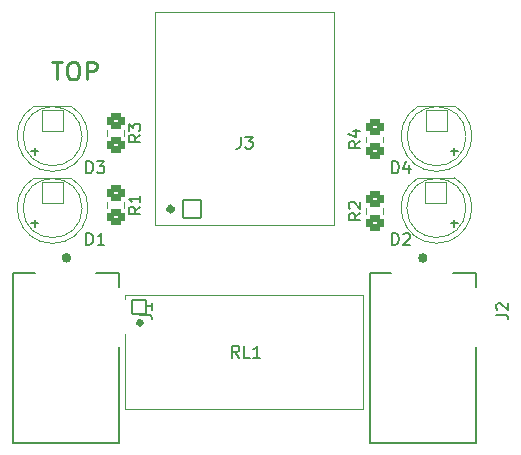
<source format=gbr>
G04 #@! TF.GenerationSoftware,KiCad,Pcbnew,(6.0.6-0)*
G04 #@! TF.CreationDate,2022-11-29T15:01:29-05:00*
G04 #@! TF.ProjectId,Philips CD-i 450 Power Adapter,5068696c-6970-4732-9043-442d69203435,1*
G04 #@! TF.SameCoordinates,Original*
G04 #@! TF.FileFunction,Legend,Top*
G04 #@! TF.FilePolarity,Positive*
%FSLAX46Y46*%
G04 Gerber Fmt 4.6, Leading zero omitted, Abs format (unit mm)*
G04 Created by KiCad (PCBNEW (6.0.6-0)) date 2022-11-29 15:01:29*
%MOMM*%
%LPD*%
G01*
G04 APERTURE LIST*
G04 Aperture macros list*
%AMRoundRect*
0 Rectangle with rounded corners*
0 $1 Rounding radius*
0 $2 $3 $4 $5 $6 $7 $8 $9 X,Y pos of 4 corners*
0 Add a 4 corners polygon primitive as box body*
4,1,4,$2,$3,$4,$5,$6,$7,$8,$9,$2,$3,0*
0 Add four circle primitives for the rounded corners*
1,1,$1+$1,$2,$3*
1,1,$1+$1,$4,$5*
1,1,$1+$1,$6,$7*
1,1,$1+$1,$8,$9*
0 Add four rect primitives between the rounded corners*
20,1,$1+$1,$2,$3,$4,$5,0*
20,1,$1+$1,$4,$5,$6,$7,0*
20,1,$1+$1,$6,$7,$8,$9,0*
20,1,$1+$1,$8,$9,$2,$3,0*%
G04 Aperture macros list end*
%ADD10C,0.127000*%
%ADD11C,0.250000*%
%ADD12C,0.150000*%
%ADD13C,0.120000*%
%ADD14C,0.500000*%
%ADD15C,0.400000*%
%ADD16RoundRect,0.050800X-0.600000X-0.600000X0.600000X-0.600000X0.600000X0.600000X-0.600000X0.600000X0*%
%ADD17C,1.301600*%
%ADD18RoundRect,0.300800X-0.450000X0.350000X-0.450000X-0.350000X0.450000X-0.350000X0.450000X0.350000X0*%
%ADD19RoundRect,0.050800X-0.900000X0.900000X-0.900000X-0.900000X0.900000X-0.900000X0.900000X0.900000X0*%
%ADD20C,1.901600*%
%ADD21C,3.300000*%
%ADD22RoundRect,0.050800X-0.762000X-0.762000X0.762000X-0.762000X0.762000X0.762000X-0.762000X0.762000X0*%
%ADD23C,1.625600*%
%ADD24O,1.101600X3.101600*%
%ADD25O,5.101600X2.601600*%
%ADD26O,4.601600X2.351600*%
%ADD27RoundRect,0.300800X0.450000X-0.350000X0.450000X0.350000X-0.450000X0.350000X-0.450000X-0.350000X0*%
G04 APERTURE END LIST*
D10*
X157229838Y-102019676D02*
X157229838Y-101420000D01*
X121430000Y-101740000D02*
X122029676Y-101740000D01*
X121729838Y-102039838D02*
X121729838Y-101440162D01*
X121730000Y-95960000D02*
X121730000Y-95360324D01*
X156930162Y-95640000D02*
X157529838Y-95640000D01*
X121430162Y-95660162D02*
X122029838Y-95660162D01*
X156930000Y-101719838D02*
X157529676Y-101719838D01*
X157230000Y-95939838D02*
X157230000Y-95340162D01*
D11*
X123195714Y-88058571D02*
X124052857Y-88058571D01*
X123624285Y-89558571D02*
X123624285Y-88058571D01*
X124838571Y-88058571D02*
X125124285Y-88058571D01*
X125267142Y-88130000D01*
X125410000Y-88272857D01*
X125481428Y-88558571D01*
X125481428Y-89058571D01*
X125410000Y-89344285D01*
X125267142Y-89487142D01*
X125124285Y-89558571D01*
X124838571Y-89558571D01*
X124695714Y-89487142D01*
X124552857Y-89344285D01*
X124481428Y-89058571D01*
X124481428Y-88558571D01*
X124552857Y-88272857D01*
X124695714Y-88130000D01*
X124838571Y-88058571D01*
X126124285Y-89558571D02*
X126124285Y-88058571D01*
X126695714Y-88058571D01*
X126838571Y-88130000D01*
X126910000Y-88201428D01*
X126981428Y-88344285D01*
X126981428Y-88558571D01*
X126910000Y-88701428D01*
X126838571Y-88772857D01*
X126695714Y-88844285D01*
X126124285Y-88844285D01*
D12*
X139033816Y-113117380D02*
X138700483Y-112641190D01*
X138462387Y-113117380D02*
X138462387Y-112117380D01*
X138843340Y-112117380D01*
X138938578Y-112165000D01*
X138986197Y-112212619D01*
X139033816Y-112307857D01*
X139033816Y-112450714D01*
X138986197Y-112545952D01*
X138938578Y-112593571D01*
X138843340Y-112641190D01*
X138462387Y-112641190D01*
X139938578Y-113117380D02*
X139462387Y-113117380D01*
X139462387Y-112117380D01*
X140795721Y-113117380D02*
X140224292Y-113117380D01*
X140510006Y-113117380D02*
X140510006Y-112117380D01*
X140414768Y-112260238D01*
X140319530Y-112355476D01*
X140224292Y-112403095D01*
X130662380Y-100346666D02*
X130186190Y-100680000D01*
X130662380Y-100918095D02*
X129662380Y-100918095D01*
X129662380Y-100537142D01*
X129710000Y-100441904D01*
X129757619Y-100394285D01*
X129852857Y-100346666D01*
X129995714Y-100346666D01*
X130090952Y-100394285D01*
X130138571Y-100441904D01*
X130186190Y-100537142D01*
X130186190Y-100918095D01*
X130662380Y-99394285D02*
X130662380Y-99965714D01*
X130662380Y-99680000D02*
X129662380Y-99680000D01*
X129805238Y-99775238D01*
X129900476Y-99870476D01*
X129948095Y-99965714D01*
X126091904Y-103572380D02*
X126091904Y-102572380D01*
X126330000Y-102572380D01*
X126472857Y-102620000D01*
X126568095Y-102715238D01*
X126615714Y-102810476D01*
X126663333Y-103000952D01*
X126663333Y-103143809D01*
X126615714Y-103334285D01*
X126568095Y-103429523D01*
X126472857Y-103524761D01*
X126330000Y-103572380D01*
X126091904Y-103572380D01*
X127615714Y-103572380D02*
X127044285Y-103572380D01*
X127330000Y-103572380D02*
X127330000Y-102572380D01*
X127234761Y-102715238D01*
X127139523Y-102810476D01*
X127044285Y-102858095D01*
X139161666Y-94412380D02*
X139161666Y-95126666D01*
X139114047Y-95269523D01*
X139018809Y-95364761D01*
X138875952Y-95412380D01*
X138780714Y-95412380D01*
X139542619Y-94412380D02*
X140161666Y-94412380D01*
X139828333Y-94793333D01*
X139971190Y-94793333D01*
X140066428Y-94840952D01*
X140114047Y-94888571D01*
X140161666Y-94983809D01*
X140161666Y-95221904D01*
X140114047Y-95317142D01*
X140066428Y-95364761D01*
X139971190Y-95412380D01*
X139685476Y-95412380D01*
X139590238Y-95364761D01*
X139542619Y-95317142D01*
X160797543Y-109498161D02*
X161512419Y-109498161D01*
X161655394Y-109545819D01*
X161750711Y-109641136D01*
X161798370Y-109784111D01*
X161798370Y-109879428D01*
X160892859Y-109069235D02*
X160845201Y-109021576D01*
X160797543Y-108926259D01*
X160797543Y-108687967D01*
X160845201Y-108592650D01*
X160892859Y-108544992D01*
X160988176Y-108497334D01*
X161083493Y-108497334D01*
X161226468Y-108544992D01*
X161798370Y-109116893D01*
X161798370Y-108497334D01*
X130617543Y-109488161D02*
X131332419Y-109488161D01*
X131475394Y-109535819D01*
X131570711Y-109631136D01*
X131618370Y-109774111D01*
X131618370Y-109869428D01*
X131618370Y-108487334D02*
X131618370Y-109059235D01*
X131618370Y-108773284D02*
X130617543Y-108773284D01*
X130760518Y-108868601D01*
X130855835Y-108963918D01*
X130903493Y-109059235D01*
X149292380Y-94796666D02*
X148816190Y-95130000D01*
X149292380Y-95368095D02*
X148292380Y-95368095D01*
X148292380Y-94987142D01*
X148340000Y-94891904D01*
X148387619Y-94844285D01*
X148482857Y-94796666D01*
X148625714Y-94796666D01*
X148720952Y-94844285D01*
X148768571Y-94891904D01*
X148816190Y-94987142D01*
X148816190Y-95368095D01*
X148625714Y-93939523D02*
X149292380Y-93939523D01*
X148244761Y-94177619D02*
X148959047Y-94415714D01*
X148959047Y-93796666D01*
X151971904Y-97502380D02*
X151971904Y-96502380D01*
X152210000Y-96502380D01*
X152352857Y-96550000D01*
X152448095Y-96645238D01*
X152495714Y-96740476D01*
X152543333Y-96930952D01*
X152543333Y-97073809D01*
X152495714Y-97264285D01*
X152448095Y-97359523D01*
X152352857Y-97454761D01*
X152210000Y-97502380D01*
X151971904Y-97502380D01*
X153400476Y-96835714D02*
X153400476Y-97502380D01*
X153162380Y-96454761D02*
X152924285Y-97169047D01*
X153543333Y-97169047D01*
X149292380Y-100876666D02*
X148816190Y-101210000D01*
X149292380Y-101448095D02*
X148292380Y-101448095D01*
X148292380Y-101067142D01*
X148340000Y-100971904D01*
X148387619Y-100924285D01*
X148482857Y-100876666D01*
X148625714Y-100876666D01*
X148720952Y-100924285D01*
X148768571Y-100971904D01*
X148816190Y-101067142D01*
X148816190Y-101448095D01*
X148387619Y-100495714D02*
X148340000Y-100448095D01*
X148292380Y-100352857D01*
X148292380Y-100114761D01*
X148340000Y-100019523D01*
X148387619Y-99971904D01*
X148482857Y-99924285D01*
X148578095Y-99924285D01*
X148720952Y-99971904D01*
X149292380Y-100543333D01*
X149292380Y-99924285D01*
X130662380Y-94256666D02*
X130186190Y-94590000D01*
X130662380Y-94828095D02*
X129662380Y-94828095D01*
X129662380Y-94447142D01*
X129710000Y-94351904D01*
X129757619Y-94304285D01*
X129852857Y-94256666D01*
X129995714Y-94256666D01*
X130090952Y-94304285D01*
X130138571Y-94351904D01*
X130186190Y-94447142D01*
X130186190Y-94828095D01*
X129662380Y-93923333D02*
X129662380Y-93304285D01*
X130043333Y-93637619D01*
X130043333Y-93494761D01*
X130090952Y-93399523D01*
X130138571Y-93351904D01*
X130233809Y-93304285D01*
X130471904Y-93304285D01*
X130567142Y-93351904D01*
X130614761Y-93399523D01*
X130662380Y-93494761D01*
X130662380Y-93780476D01*
X130614761Y-93875714D01*
X130567142Y-93923333D01*
X126091904Y-97492380D02*
X126091904Y-96492380D01*
X126330000Y-96492380D01*
X126472857Y-96540000D01*
X126568095Y-96635238D01*
X126615714Y-96730476D01*
X126663333Y-96920952D01*
X126663333Y-97063809D01*
X126615714Y-97254285D01*
X126568095Y-97349523D01*
X126472857Y-97444761D01*
X126330000Y-97492380D01*
X126091904Y-97492380D01*
X126996666Y-96492380D02*
X127615714Y-96492380D01*
X127282380Y-96873333D01*
X127425238Y-96873333D01*
X127520476Y-96920952D01*
X127568095Y-96968571D01*
X127615714Y-97063809D01*
X127615714Y-97301904D01*
X127568095Y-97397142D01*
X127520476Y-97444761D01*
X127425238Y-97492380D01*
X127139523Y-97492380D01*
X127044285Y-97444761D01*
X126996666Y-97397142D01*
X151981904Y-103562380D02*
X151981904Y-102562380D01*
X152220000Y-102562380D01*
X152362857Y-102610000D01*
X152458095Y-102705238D01*
X152505714Y-102800476D01*
X152553333Y-102990952D01*
X152553333Y-103133809D01*
X152505714Y-103324285D01*
X152458095Y-103419523D01*
X152362857Y-103514761D01*
X152220000Y-103562380D01*
X151981904Y-103562380D01*
X152934285Y-102657619D02*
X152981904Y-102610000D01*
X153077142Y-102562380D01*
X153315238Y-102562380D01*
X153410476Y-102610000D01*
X153458095Y-102657619D01*
X153505714Y-102752857D01*
X153505714Y-102848095D01*
X153458095Y-102990952D01*
X152886666Y-103562380D01*
X153505714Y-103562380D01*
D13*
X129399755Y-107787255D02*
X149480245Y-107787255D01*
X149480245Y-107787255D02*
X149480245Y-117492745D01*
X149480245Y-117492745D02*
X129399755Y-117492745D01*
X129399755Y-117492745D02*
X129399755Y-107787255D01*
D14*
X130708323Y-110165000D02*
G75*
G03*
X130708323Y-110165000I-103078J0D01*
G01*
D13*
X129295000Y-99952936D02*
X129295000Y-100407064D01*
X127825000Y-99952936D02*
X127825000Y-100407064D01*
X124775000Y-97895000D02*
X121685000Y-97895000D01*
X123229538Y-103445000D02*
G75*
G03*
X124774830Y-97895000I462J2990000D01*
G01*
X121685170Y-97895000D02*
G75*
G03*
X123230462Y-103445000I1544830J-2560000D01*
G01*
X125730000Y-100455000D02*
G75*
G03*
X125730000Y-100455000I-2500000J0D01*
G01*
X131895000Y-83810000D02*
X147095000Y-83810000D01*
X147095000Y-83810000D02*
X147095000Y-101910000D01*
X147095000Y-101910000D02*
X131895000Y-101910000D01*
X131895000Y-101910000D02*
X131895000Y-83810000D01*
D14*
X133370000Y-100535000D02*
G75*
G03*
X133370000Y-100535000I-150000J0D01*
G01*
D10*
X150075000Y-105977500D02*
X151925000Y-105977500D01*
X150075000Y-120377500D02*
X150075000Y-105977500D01*
X159075000Y-120377500D02*
X150075000Y-120377500D01*
X159075000Y-105977500D02*
X159075000Y-107127500D01*
X159075000Y-112227500D02*
X159075000Y-120377500D01*
X157125000Y-105977500D02*
X159075000Y-105977500D01*
D15*
X154775000Y-104677500D02*
G75*
G03*
X154775000Y-104677500I-200000J0D01*
G01*
D10*
X128895000Y-112217500D02*
X128895000Y-120367500D01*
X128895000Y-120367500D02*
X119895000Y-120367500D01*
X119895000Y-120367500D02*
X119895000Y-105967500D01*
X126945000Y-105967500D02*
X128895000Y-105967500D01*
X119895000Y-105967500D02*
X121745000Y-105967500D01*
X128895000Y-105967500D02*
X128895000Y-107117500D01*
D15*
X124595000Y-104667500D02*
G75*
G03*
X124595000Y-104667500I-200000J0D01*
G01*
D13*
X151225000Y-94857064D02*
X151225000Y-94402936D01*
X149755000Y-94857064D02*
X149755000Y-94402936D01*
X157285000Y-91805000D02*
X154195000Y-91805000D01*
X154195170Y-91805000D02*
G75*
G03*
X155740462Y-97355000I1544830J-2560000D01*
G01*
X155739538Y-97355000D02*
G75*
G03*
X157284830Y-91805000I462J2990000D01*
G01*
X158240000Y-94365000D02*
G75*
G03*
X158240000Y-94365000I-2500000J0D01*
G01*
X149755000Y-100937064D02*
X149755000Y-100482936D01*
X151225000Y-100937064D02*
X151225000Y-100482936D01*
X127825000Y-93862936D02*
X127825000Y-94317064D01*
X129295000Y-93862936D02*
X129295000Y-94317064D01*
X124775000Y-91805000D02*
X121685000Y-91805000D01*
X121685170Y-91805000D02*
G75*
G03*
X123230462Y-97355000I1544830J-2560000D01*
G01*
X123229538Y-97355000D02*
G75*
G03*
X124774830Y-91805000I462J2990000D01*
G01*
X125730000Y-94365000D02*
G75*
G03*
X125730000Y-94365000I-2500000J0D01*
G01*
X157275000Y-97885000D02*
X154185000Y-97885000D01*
X155729538Y-103435000D02*
G75*
G03*
X157274830Y-97885000I462J2990000D01*
G01*
X154185170Y-97885000D02*
G75*
G03*
X155730462Y-103435000I1544830J-2560000D01*
G01*
X158230000Y-100445000D02*
G75*
G03*
X158230000Y-100445000I-2500000J0D01*
G01*
%LPC*%
D16*
X130580245Y-108865000D03*
D17*
X130580245Y-116465000D03*
X138205245Y-108865000D03*
X138205245Y-116465000D03*
X143305245Y-108865000D03*
X143305245Y-116465000D03*
X148355245Y-108865000D03*
X148380245Y-116465000D03*
D18*
X128560000Y-99180000D03*
X128560000Y-101180000D03*
D19*
X123230000Y-99185000D03*
D20*
X123230000Y-101725000D03*
D21*
X133820000Y-91685000D03*
X145120000Y-91685000D03*
D22*
X135070000Y-100535000D03*
D23*
X136340000Y-97995000D03*
X137610000Y-100535000D03*
X138880000Y-97995000D03*
X140150000Y-100535000D03*
X141420000Y-97995000D03*
X142690000Y-100535000D03*
X143960000Y-97995000D03*
D24*
X159275000Y-109677500D03*
D25*
X154575000Y-106677500D03*
D26*
X154575000Y-112677500D03*
D24*
X129095000Y-109667500D03*
D25*
X124395000Y-106667500D03*
D26*
X124395000Y-112667500D03*
D27*
X150490000Y-95630000D03*
X150490000Y-93630000D03*
D19*
X155740000Y-93095000D03*
D20*
X155740000Y-95635000D03*
D27*
X150490000Y-101710000D03*
X150490000Y-99710000D03*
D18*
X128560000Y-93090000D03*
X128560000Y-95090000D03*
D19*
X123230000Y-93095000D03*
D20*
X123230000Y-95635000D03*
D19*
X155730000Y-99175000D03*
D20*
X155730000Y-101715000D03*
M02*

</source>
